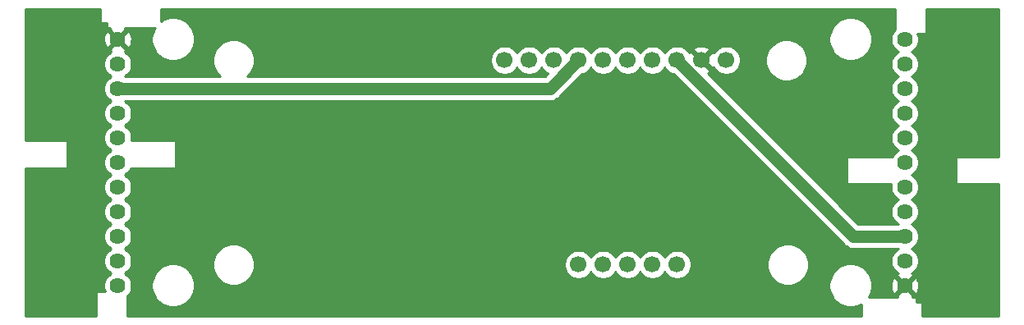
<source format=gbr>
G04 #@! TF.GenerationSoftware,KiCad,Pcbnew,(5.1.2)-1*
G04 #@! TF.CreationDate,2019-11-05T14:59:34-06:00*
G04 #@! TF.ProjectId,laser_driver,6c617365-725f-4647-9269-7665722e6b69,rev?*
G04 #@! TF.SameCoordinates,Original*
G04 #@! TF.FileFunction,Copper,L2,Bot*
G04 #@! TF.FilePolarity,Positive*
%FSLAX46Y46*%
G04 Gerber Fmt 4.6, Leading zero omitted, Abs format (unit mm)*
G04 Created by KiCad (PCBNEW (5.1.2)-1) date 2019-11-05 14:59:34*
%MOMM*%
%LPD*%
G04 APERTURE LIST*
%ADD10C,1.620000*%
%ADD11C,1.700000*%
%ADD12C,1.270000*%
%ADD13C,0.254000*%
G04 APERTURE END LIST*
D10*
X218313000Y-105410000D03*
X218313000Y-102870000D03*
X218313000Y-100330000D03*
X218313000Y-97790000D03*
X218313000Y-95250000D03*
X218313000Y-92710000D03*
X218313000Y-90170000D03*
X218313000Y-87630000D03*
X218313000Y-85090000D03*
X218313000Y-82550000D03*
X218313000Y-80010000D03*
X137160000Y-105410000D03*
X137160000Y-102870000D03*
X137160000Y-100330000D03*
X137160000Y-97790000D03*
X137160000Y-95250000D03*
X137160000Y-92710000D03*
X137160000Y-90170000D03*
X137160000Y-87630000D03*
X137160000Y-85090000D03*
X137160000Y-82550000D03*
X137160000Y-80010000D03*
D11*
X199898000Y-82169000D03*
X197358000Y-82169000D03*
X194818000Y-82169000D03*
X192278000Y-82169000D03*
X189738000Y-82169000D03*
X187198000Y-82169000D03*
X184658000Y-82169000D03*
X182118000Y-82169000D03*
X179578000Y-82169000D03*
X177038000Y-82169000D03*
X194818000Y-103251000D03*
X192278000Y-103251000D03*
X189738000Y-103251000D03*
X187198000Y-103251000D03*
X184658000Y-103251000D03*
D12*
X212979000Y-100330000D02*
X194818000Y-82169000D01*
X218313000Y-100330000D02*
X212979000Y-100330000D01*
X181737000Y-85090000D02*
X184658000Y-82169000D01*
X137160000Y-85090000D02*
X181737000Y-85090000D01*
D13*
G36*
X227940001Y-92142500D02*
G01*
X223542953Y-92142500D01*
X223542953Y-94962500D01*
X227940000Y-94962500D01*
X227940000Y-108560000D01*
X220084191Y-108560000D01*
X220084191Y-107132500D01*
X219464857Y-107132500D01*
X219464857Y-106607500D01*
X219074508Y-106607500D01*
X219133238Y-106409843D01*
X218313000Y-105589605D01*
X217492762Y-106409843D01*
X217551492Y-106607500D01*
X214612867Y-106607500D01*
X214705631Y-106468669D01*
X214874110Y-106061925D01*
X214960000Y-105630128D01*
X214960000Y-105480115D01*
X216862702Y-105480115D01*
X216904248Y-105761706D01*
X216999932Y-106029783D01*
X217068168Y-106157444D01*
X217313157Y-106230238D01*
X218133395Y-105410000D01*
X218492605Y-105410000D01*
X219312843Y-106230238D01*
X219557832Y-106157444D01*
X219679733Y-105900227D01*
X219749110Y-105624171D01*
X219763298Y-105339885D01*
X219721752Y-105058294D01*
X219626068Y-104790217D01*
X219557832Y-104662556D01*
X219312843Y-104589762D01*
X218492605Y-105410000D01*
X218133395Y-105410000D01*
X217313157Y-104589762D01*
X217068168Y-104662556D01*
X216946267Y-104919773D01*
X216876890Y-105195829D01*
X216862702Y-105480115D01*
X214960000Y-105480115D01*
X214960000Y-105189872D01*
X214874110Y-104758075D01*
X214705631Y-104351331D01*
X214461038Y-103985271D01*
X214149729Y-103673962D01*
X213783669Y-103429369D01*
X213376925Y-103260890D01*
X212945128Y-103175000D01*
X212504872Y-103175000D01*
X212073075Y-103260890D01*
X211666331Y-103429369D01*
X211300271Y-103673962D01*
X210988962Y-103985271D01*
X210744369Y-104351331D01*
X210575890Y-104758075D01*
X210490000Y-105189872D01*
X210490000Y-105630128D01*
X210575890Y-106061925D01*
X210744369Y-106468669D01*
X210988962Y-106834729D01*
X211300271Y-107146038D01*
X211666331Y-107390631D01*
X212073075Y-107559110D01*
X212504872Y-107645000D01*
X212945128Y-107645000D01*
X213376925Y-107559110D01*
X213783669Y-107390631D01*
X213859143Y-107340201D01*
X213859143Y-108560000D01*
X138137381Y-108560000D01*
X138137381Y-106476158D01*
X138282405Y-106331134D01*
X138440543Y-106094464D01*
X138549470Y-105831491D01*
X138605000Y-105552320D01*
X138605000Y-105267680D01*
X138589524Y-105189872D01*
X140640000Y-105189872D01*
X140640000Y-105630128D01*
X140725890Y-106061925D01*
X140894369Y-106468669D01*
X141138962Y-106834729D01*
X141450271Y-107146038D01*
X141816331Y-107390631D01*
X142223075Y-107559110D01*
X142654872Y-107645000D01*
X143095128Y-107645000D01*
X143526925Y-107559110D01*
X143933669Y-107390631D01*
X144299729Y-107146038D01*
X144611038Y-106834729D01*
X144855631Y-106468669D01*
X145024110Y-106061925D01*
X145110000Y-105630128D01*
X145110000Y-105189872D01*
X145024110Y-104758075D01*
X144855631Y-104351331D01*
X144611038Y-103985271D01*
X144299729Y-103673962D01*
X143933669Y-103429369D01*
X143526925Y-103260890D01*
X143095128Y-103175000D01*
X142654872Y-103175000D01*
X142223075Y-103260890D01*
X141816331Y-103429369D01*
X141450271Y-103673962D01*
X141138962Y-103985271D01*
X140894369Y-104351331D01*
X140725890Y-104758075D01*
X140640000Y-105189872D01*
X138589524Y-105189872D01*
X138549470Y-104988509D01*
X138440543Y-104725536D01*
X138282405Y-104488866D01*
X138081134Y-104287595D01*
X137860243Y-104140000D01*
X138081134Y-103992405D01*
X138282405Y-103791134D01*
X138440543Y-103554464D01*
X138549470Y-103291491D01*
X138599820Y-103038357D01*
X146939000Y-103038357D01*
X146939000Y-103463643D01*
X147021970Y-103880757D01*
X147184719Y-104273670D01*
X147420996Y-104627282D01*
X147721718Y-104928004D01*
X148075330Y-105164281D01*
X148468243Y-105327030D01*
X148885357Y-105410000D01*
X149310643Y-105410000D01*
X149727757Y-105327030D01*
X150120670Y-105164281D01*
X150474282Y-104928004D01*
X150775004Y-104627282D01*
X151011281Y-104273670D01*
X151174030Y-103880757D01*
X151257000Y-103463643D01*
X151257000Y-103104740D01*
X183173000Y-103104740D01*
X183173000Y-103397260D01*
X183230068Y-103684158D01*
X183342010Y-103954411D01*
X183504525Y-104197632D01*
X183711368Y-104404475D01*
X183954589Y-104566990D01*
X184224842Y-104678932D01*
X184511740Y-104736000D01*
X184804260Y-104736000D01*
X185091158Y-104678932D01*
X185361411Y-104566990D01*
X185604632Y-104404475D01*
X185811475Y-104197632D01*
X185928000Y-104023240D01*
X186044525Y-104197632D01*
X186251368Y-104404475D01*
X186494589Y-104566990D01*
X186764842Y-104678932D01*
X187051740Y-104736000D01*
X187344260Y-104736000D01*
X187631158Y-104678932D01*
X187901411Y-104566990D01*
X188144632Y-104404475D01*
X188351475Y-104197632D01*
X188468000Y-104023240D01*
X188584525Y-104197632D01*
X188791368Y-104404475D01*
X189034589Y-104566990D01*
X189304842Y-104678932D01*
X189591740Y-104736000D01*
X189884260Y-104736000D01*
X190171158Y-104678932D01*
X190441411Y-104566990D01*
X190684632Y-104404475D01*
X190891475Y-104197632D01*
X191008000Y-104023240D01*
X191124525Y-104197632D01*
X191331368Y-104404475D01*
X191574589Y-104566990D01*
X191844842Y-104678932D01*
X192131740Y-104736000D01*
X192424260Y-104736000D01*
X192711158Y-104678932D01*
X192981411Y-104566990D01*
X193224632Y-104404475D01*
X193431475Y-104197632D01*
X193548000Y-104023240D01*
X193664525Y-104197632D01*
X193871368Y-104404475D01*
X194114589Y-104566990D01*
X194384842Y-104678932D01*
X194671740Y-104736000D01*
X194964260Y-104736000D01*
X195251158Y-104678932D01*
X195521411Y-104566990D01*
X195764632Y-104404475D01*
X195971475Y-104197632D01*
X196133990Y-103954411D01*
X196245932Y-103684158D01*
X196303000Y-103397260D01*
X196303000Y-103104740D01*
X196289796Y-103038357D01*
X204089000Y-103038357D01*
X204089000Y-103463643D01*
X204171970Y-103880757D01*
X204334719Y-104273670D01*
X204570996Y-104627282D01*
X204871718Y-104928004D01*
X205225330Y-105164281D01*
X205618243Y-105327030D01*
X206035357Y-105410000D01*
X206460643Y-105410000D01*
X206877757Y-105327030D01*
X207270670Y-105164281D01*
X207624282Y-104928004D01*
X207925004Y-104627282D01*
X208161281Y-104273670D01*
X208324030Y-103880757D01*
X208407000Y-103463643D01*
X208407000Y-103038357D01*
X208324030Y-102621243D01*
X208161281Y-102228330D01*
X207925004Y-101874718D01*
X207624282Y-101573996D01*
X207270670Y-101337719D01*
X206877757Y-101174970D01*
X206460643Y-101092000D01*
X206035357Y-101092000D01*
X205618243Y-101174970D01*
X205225330Y-101337719D01*
X204871718Y-101573996D01*
X204570996Y-101874718D01*
X204334719Y-102228330D01*
X204171970Y-102621243D01*
X204089000Y-103038357D01*
X196289796Y-103038357D01*
X196245932Y-102817842D01*
X196133990Y-102547589D01*
X195971475Y-102304368D01*
X195764632Y-102097525D01*
X195521411Y-101935010D01*
X195251158Y-101823068D01*
X194964260Y-101766000D01*
X194671740Y-101766000D01*
X194384842Y-101823068D01*
X194114589Y-101935010D01*
X193871368Y-102097525D01*
X193664525Y-102304368D01*
X193548000Y-102478760D01*
X193431475Y-102304368D01*
X193224632Y-102097525D01*
X192981411Y-101935010D01*
X192711158Y-101823068D01*
X192424260Y-101766000D01*
X192131740Y-101766000D01*
X191844842Y-101823068D01*
X191574589Y-101935010D01*
X191331368Y-102097525D01*
X191124525Y-102304368D01*
X191008000Y-102478760D01*
X190891475Y-102304368D01*
X190684632Y-102097525D01*
X190441411Y-101935010D01*
X190171158Y-101823068D01*
X189884260Y-101766000D01*
X189591740Y-101766000D01*
X189304842Y-101823068D01*
X189034589Y-101935010D01*
X188791368Y-102097525D01*
X188584525Y-102304368D01*
X188468000Y-102478760D01*
X188351475Y-102304368D01*
X188144632Y-102097525D01*
X187901411Y-101935010D01*
X187631158Y-101823068D01*
X187344260Y-101766000D01*
X187051740Y-101766000D01*
X186764842Y-101823068D01*
X186494589Y-101935010D01*
X186251368Y-102097525D01*
X186044525Y-102304368D01*
X185928000Y-102478760D01*
X185811475Y-102304368D01*
X185604632Y-102097525D01*
X185361411Y-101935010D01*
X185091158Y-101823068D01*
X184804260Y-101766000D01*
X184511740Y-101766000D01*
X184224842Y-101823068D01*
X183954589Y-101935010D01*
X183711368Y-102097525D01*
X183504525Y-102304368D01*
X183342010Y-102547589D01*
X183230068Y-102817842D01*
X183173000Y-103104740D01*
X151257000Y-103104740D01*
X151257000Y-103038357D01*
X151174030Y-102621243D01*
X151011281Y-102228330D01*
X150775004Y-101874718D01*
X150474282Y-101573996D01*
X150120670Y-101337719D01*
X149727757Y-101174970D01*
X149310643Y-101092000D01*
X148885357Y-101092000D01*
X148468243Y-101174970D01*
X148075330Y-101337719D01*
X147721718Y-101573996D01*
X147420996Y-101874718D01*
X147184719Y-102228330D01*
X147021970Y-102621243D01*
X146939000Y-103038357D01*
X138599820Y-103038357D01*
X138605000Y-103012320D01*
X138605000Y-102727680D01*
X138549470Y-102448509D01*
X138440543Y-102185536D01*
X138282405Y-101948866D01*
X138081134Y-101747595D01*
X137860243Y-101600000D01*
X138081134Y-101452405D01*
X138282405Y-101251134D01*
X138440543Y-101014464D01*
X138549470Y-100751491D01*
X138605000Y-100472320D01*
X138605000Y-100187680D01*
X138549470Y-99908509D01*
X138440543Y-99645536D01*
X138282405Y-99408866D01*
X138081134Y-99207595D01*
X137860243Y-99060000D01*
X138081134Y-98912405D01*
X138282405Y-98711134D01*
X138440543Y-98474464D01*
X138549470Y-98211491D01*
X138605000Y-97932320D01*
X138605000Y-97647680D01*
X138549470Y-97368509D01*
X138440543Y-97105536D01*
X138282405Y-96868866D01*
X138081134Y-96667595D01*
X137860243Y-96520000D01*
X138081134Y-96372405D01*
X138282405Y-96171134D01*
X138440543Y-95934464D01*
X138549470Y-95671491D01*
X138605000Y-95392320D01*
X138605000Y-95107680D01*
X138549470Y-94828509D01*
X138440543Y-94565536D01*
X138282405Y-94328866D01*
X138081134Y-94127595D01*
X137860243Y-93980000D01*
X138081134Y-93832405D01*
X138282405Y-93631134D01*
X138440543Y-93394464D01*
X138488991Y-93277500D01*
X143169047Y-93277500D01*
X143169047Y-90457500D01*
X138576122Y-90457500D01*
X138605000Y-90312320D01*
X138605000Y-90027680D01*
X138549470Y-89748509D01*
X138440543Y-89485536D01*
X138282405Y-89248866D01*
X138081134Y-89047595D01*
X137860243Y-88900000D01*
X138081134Y-88752405D01*
X138282405Y-88551134D01*
X138440543Y-88314464D01*
X138549470Y-88051491D01*
X138605000Y-87772320D01*
X138605000Y-87487680D01*
X138549470Y-87208509D01*
X138440543Y-86945536D01*
X138282405Y-86708866D01*
X138081134Y-86507595D01*
X137860243Y-86360000D01*
X181674627Y-86360000D01*
X181737000Y-86366143D01*
X181799373Y-86360000D01*
X181799380Y-86360000D01*
X181985963Y-86341623D01*
X182225359Y-86269003D01*
X182445988Y-86151075D01*
X182639370Y-85992370D01*
X182679141Y-85943909D01*
X185009970Y-83613081D01*
X185091158Y-83596932D01*
X185361411Y-83484990D01*
X185604632Y-83322475D01*
X185811475Y-83115632D01*
X185928000Y-82941240D01*
X186044525Y-83115632D01*
X186251368Y-83322475D01*
X186494589Y-83484990D01*
X186764842Y-83596932D01*
X187051740Y-83654000D01*
X187344260Y-83654000D01*
X187631158Y-83596932D01*
X187901411Y-83484990D01*
X188144632Y-83322475D01*
X188351475Y-83115632D01*
X188468000Y-82941240D01*
X188584525Y-83115632D01*
X188791368Y-83322475D01*
X189034589Y-83484990D01*
X189304842Y-83596932D01*
X189591740Y-83654000D01*
X189884260Y-83654000D01*
X190171158Y-83596932D01*
X190441411Y-83484990D01*
X190684632Y-83322475D01*
X190891475Y-83115632D01*
X191008000Y-82941240D01*
X191124525Y-83115632D01*
X191331368Y-83322475D01*
X191574589Y-83484990D01*
X191844842Y-83596932D01*
X192131740Y-83654000D01*
X192424260Y-83654000D01*
X192711158Y-83596932D01*
X192981411Y-83484990D01*
X193224632Y-83322475D01*
X193431475Y-83115632D01*
X193548000Y-82941240D01*
X193664525Y-83115632D01*
X193871368Y-83322475D01*
X194114589Y-83484990D01*
X194384842Y-83596932D01*
X194466032Y-83613082D01*
X212036863Y-101183914D01*
X212076630Y-101232370D01*
X212270012Y-101391075D01*
X212490641Y-101509003D01*
X212730037Y-101581623D01*
X212979000Y-101606144D01*
X213041380Y-101600000D01*
X217612757Y-101600000D01*
X217391866Y-101747595D01*
X217190595Y-101948866D01*
X217032457Y-102185536D01*
X216923530Y-102448509D01*
X216868000Y-102727680D01*
X216868000Y-103012320D01*
X216923530Y-103291491D01*
X217032457Y-103554464D01*
X217190595Y-103791134D01*
X217391866Y-103992405D01*
X217612706Y-104139966D01*
X217565556Y-104165168D01*
X217492762Y-104410157D01*
X218313000Y-105230395D01*
X219133238Y-104410157D01*
X219060444Y-104165168D01*
X219010793Y-104141637D01*
X219234134Y-103992405D01*
X219435405Y-103791134D01*
X219593543Y-103554464D01*
X219702470Y-103291491D01*
X219758000Y-103012320D01*
X219758000Y-102727680D01*
X219702470Y-102448509D01*
X219593543Y-102185536D01*
X219435405Y-101948866D01*
X219234134Y-101747595D01*
X219013243Y-101600000D01*
X219234134Y-101452405D01*
X219435405Y-101251134D01*
X219593543Y-101014464D01*
X219702470Y-100751491D01*
X219758000Y-100472320D01*
X219758000Y-100187680D01*
X219702470Y-99908509D01*
X219593543Y-99645536D01*
X219435405Y-99408866D01*
X219234134Y-99207595D01*
X219013243Y-99060000D01*
X219234134Y-98912405D01*
X219435405Y-98711134D01*
X219593543Y-98474464D01*
X219702470Y-98211491D01*
X219758000Y-97932320D01*
X219758000Y-97647680D01*
X219702470Y-97368509D01*
X219593543Y-97105536D01*
X219435405Y-96868866D01*
X219234134Y-96667595D01*
X219013243Y-96520000D01*
X219234134Y-96372405D01*
X219435405Y-96171134D01*
X219593543Y-95934464D01*
X219702470Y-95671491D01*
X219758000Y-95392320D01*
X219758000Y-95107680D01*
X219702470Y-94828509D01*
X219593543Y-94565536D01*
X219435405Y-94328866D01*
X219234134Y-94127595D01*
X219013243Y-93980000D01*
X219234134Y-93832405D01*
X219435405Y-93631134D01*
X219593543Y-93394464D01*
X219702470Y-93131491D01*
X219758000Y-92852320D01*
X219758000Y-92567680D01*
X219702470Y-92288509D01*
X219593543Y-92025536D01*
X219435405Y-91788866D01*
X219234134Y-91587595D01*
X219013243Y-91440000D01*
X219234134Y-91292405D01*
X219435405Y-91091134D01*
X219593543Y-90854464D01*
X219702470Y-90591491D01*
X219758000Y-90312320D01*
X219758000Y-90027680D01*
X219702470Y-89748509D01*
X219593543Y-89485536D01*
X219435405Y-89248866D01*
X219234134Y-89047595D01*
X219013243Y-88900000D01*
X219234134Y-88752405D01*
X219435405Y-88551134D01*
X219593543Y-88314464D01*
X219702470Y-88051491D01*
X219758000Y-87772320D01*
X219758000Y-87487680D01*
X219702470Y-87208509D01*
X219593543Y-86945536D01*
X219435405Y-86708866D01*
X219234134Y-86507595D01*
X219013243Y-86360000D01*
X219234134Y-86212405D01*
X219435405Y-86011134D01*
X219593543Y-85774464D01*
X219702470Y-85511491D01*
X219758000Y-85232320D01*
X219758000Y-84947680D01*
X219702470Y-84668509D01*
X219593543Y-84405536D01*
X219435405Y-84168866D01*
X219234134Y-83967595D01*
X219013243Y-83820000D01*
X219234134Y-83672405D01*
X219435405Y-83471134D01*
X219593543Y-83234464D01*
X219702470Y-82971491D01*
X219758000Y-82692320D01*
X219758000Y-82407680D01*
X219702470Y-82128509D01*
X219593543Y-81865536D01*
X219435405Y-81628866D01*
X219234134Y-81427595D01*
X219013243Y-81280000D01*
X219234134Y-81132405D01*
X219435405Y-80931134D01*
X219593543Y-80694464D01*
X219702470Y-80431491D01*
X219758000Y-80152320D01*
X219758000Y-79867680D01*
X219702470Y-79588509D01*
X219625008Y-79401500D01*
X220560381Y-79401500D01*
X220560381Y-76860000D01*
X227940001Y-76860000D01*
X227940001Y-92142500D01*
X227940001Y-92142500D01*
G37*
X227940001Y-92142500D02*
X223542953Y-92142500D01*
X223542953Y-94962500D01*
X227940000Y-94962500D01*
X227940000Y-108560000D01*
X220084191Y-108560000D01*
X220084191Y-107132500D01*
X219464857Y-107132500D01*
X219464857Y-106607500D01*
X219074508Y-106607500D01*
X219133238Y-106409843D01*
X218313000Y-105589605D01*
X217492762Y-106409843D01*
X217551492Y-106607500D01*
X214612867Y-106607500D01*
X214705631Y-106468669D01*
X214874110Y-106061925D01*
X214960000Y-105630128D01*
X214960000Y-105480115D01*
X216862702Y-105480115D01*
X216904248Y-105761706D01*
X216999932Y-106029783D01*
X217068168Y-106157444D01*
X217313157Y-106230238D01*
X218133395Y-105410000D01*
X218492605Y-105410000D01*
X219312843Y-106230238D01*
X219557832Y-106157444D01*
X219679733Y-105900227D01*
X219749110Y-105624171D01*
X219763298Y-105339885D01*
X219721752Y-105058294D01*
X219626068Y-104790217D01*
X219557832Y-104662556D01*
X219312843Y-104589762D01*
X218492605Y-105410000D01*
X218133395Y-105410000D01*
X217313157Y-104589762D01*
X217068168Y-104662556D01*
X216946267Y-104919773D01*
X216876890Y-105195829D01*
X216862702Y-105480115D01*
X214960000Y-105480115D01*
X214960000Y-105189872D01*
X214874110Y-104758075D01*
X214705631Y-104351331D01*
X214461038Y-103985271D01*
X214149729Y-103673962D01*
X213783669Y-103429369D01*
X213376925Y-103260890D01*
X212945128Y-103175000D01*
X212504872Y-103175000D01*
X212073075Y-103260890D01*
X211666331Y-103429369D01*
X211300271Y-103673962D01*
X210988962Y-103985271D01*
X210744369Y-104351331D01*
X210575890Y-104758075D01*
X210490000Y-105189872D01*
X210490000Y-105630128D01*
X210575890Y-106061925D01*
X210744369Y-106468669D01*
X210988962Y-106834729D01*
X211300271Y-107146038D01*
X211666331Y-107390631D01*
X212073075Y-107559110D01*
X212504872Y-107645000D01*
X212945128Y-107645000D01*
X213376925Y-107559110D01*
X213783669Y-107390631D01*
X213859143Y-107340201D01*
X213859143Y-108560000D01*
X138137381Y-108560000D01*
X138137381Y-106476158D01*
X138282405Y-106331134D01*
X138440543Y-106094464D01*
X138549470Y-105831491D01*
X138605000Y-105552320D01*
X138605000Y-105267680D01*
X138589524Y-105189872D01*
X140640000Y-105189872D01*
X140640000Y-105630128D01*
X140725890Y-106061925D01*
X140894369Y-106468669D01*
X141138962Y-106834729D01*
X141450271Y-107146038D01*
X141816331Y-107390631D01*
X142223075Y-107559110D01*
X142654872Y-107645000D01*
X143095128Y-107645000D01*
X143526925Y-107559110D01*
X143933669Y-107390631D01*
X144299729Y-107146038D01*
X144611038Y-106834729D01*
X144855631Y-106468669D01*
X145024110Y-106061925D01*
X145110000Y-105630128D01*
X145110000Y-105189872D01*
X145024110Y-104758075D01*
X144855631Y-104351331D01*
X144611038Y-103985271D01*
X144299729Y-103673962D01*
X143933669Y-103429369D01*
X143526925Y-103260890D01*
X143095128Y-103175000D01*
X142654872Y-103175000D01*
X142223075Y-103260890D01*
X141816331Y-103429369D01*
X141450271Y-103673962D01*
X141138962Y-103985271D01*
X140894369Y-104351331D01*
X140725890Y-104758075D01*
X140640000Y-105189872D01*
X138589524Y-105189872D01*
X138549470Y-104988509D01*
X138440543Y-104725536D01*
X138282405Y-104488866D01*
X138081134Y-104287595D01*
X137860243Y-104140000D01*
X138081134Y-103992405D01*
X138282405Y-103791134D01*
X138440543Y-103554464D01*
X138549470Y-103291491D01*
X138599820Y-103038357D01*
X146939000Y-103038357D01*
X146939000Y-103463643D01*
X147021970Y-103880757D01*
X147184719Y-104273670D01*
X147420996Y-104627282D01*
X147721718Y-104928004D01*
X148075330Y-105164281D01*
X148468243Y-105327030D01*
X148885357Y-105410000D01*
X149310643Y-105410000D01*
X149727757Y-105327030D01*
X150120670Y-105164281D01*
X150474282Y-104928004D01*
X150775004Y-104627282D01*
X151011281Y-104273670D01*
X151174030Y-103880757D01*
X151257000Y-103463643D01*
X151257000Y-103104740D01*
X183173000Y-103104740D01*
X183173000Y-103397260D01*
X183230068Y-103684158D01*
X183342010Y-103954411D01*
X183504525Y-104197632D01*
X183711368Y-104404475D01*
X183954589Y-104566990D01*
X184224842Y-104678932D01*
X184511740Y-104736000D01*
X184804260Y-104736000D01*
X185091158Y-104678932D01*
X185361411Y-104566990D01*
X185604632Y-104404475D01*
X185811475Y-104197632D01*
X185928000Y-104023240D01*
X186044525Y-104197632D01*
X186251368Y-104404475D01*
X186494589Y-104566990D01*
X186764842Y-104678932D01*
X187051740Y-104736000D01*
X187344260Y-104736000D01*
X187631158Y-104678932D01*
X187901411Y-104566990D01*
X188144632Y-104404475D01*
X188351475Y-104197632D01*
X188468000Y-104023240D01*
X188584525Y-104197632D01*
X188791368Y-104404475D01*
X189034589Y-104566990D01*
X189304842Y-104678932D01*
X189591740Y-104736000D01*
X189884260Y-104736000D01*
X190171158Y-104678932D01*
X190441411Y-104566990D01*
X190684632Y-104404475D01*
X190891475Y-104197632D01*
X191008000Y-104023240D01*
X191124525Y-104197632D01*
X191331368Y-104404475D01*
X191574589Y-104566990D01*
X191844842Y-104678932D01*
X192131740Y-104736000D01*
X192424260Y-104736000D01*
X192711158Y-104678932D01*
X192981411Y-104566990D01*
X193224632Y-104404475D01*
X193431475Y-104197632D01*
X193548000Y-104023240D01*
X193664525Y-104197632D01*
X193871368Y-104404475D01*
X194114589Y-104566990D01*
X194384842Y-104678932D01*
X194671740Y-104736000D01*
X194964260Y-104736000D01*
X195251158Y-104678932D01*
X195521411Y-104566990D01*
X195764632Y-104404475D01*
X195971475Y-104197632D01*
X196133990Y-103954411D01*
X196245932Y-103684158D01*
X196303000Y-103397260D01*
X196303000Y-103104740D01*
X196289796Y-103038357D01*
X204089000Y-103038357D01*
X204089000Y-103463643D01*
X204171970Y-103880757D01*
X204334719Y-104273670D01*
X204570996Y-104627282D01*
X204871718Y-104928004D01*
X205225330Y-105164281D01*
X205618243Y-105327030D01*
X206035357Y-105410000D01*
X206460643Y-105410000D01*
X206877757Y-105327030D01*
X207270670Y-105164281D01*
X207624282Y-104928004D01*
X207925004Y-104627282D01*
X208161281Y-104273670D01*
X208324030Y-103880757D01*
X208407000Y-103463643D01*
X208407000Y-103038357D01*
X208324030Y-102621243D01*
X208161281Y-102228330D01*
X207925004Y-101874718D01*
X207624282Y-101573996D01*
X207270670Y-101337719D01*
X206877757Y-101174970D01*
X206460643Y-101092000D01*
X206035357Y-101092000D01*
X205618243Y-101174970D01*
X205225330Y-101337719D01*
X204871718Y-101573996D01*
X204570996Y-101874718D01*
X204334719Y-102228330D01*
X204171970Y-102621243D01*
X204089000Y-103038357D01*
X196289796Y-103038357D01*
X196245932Y-102817842D01*
X196133990Y-102547589D01*
X195971475Y-102304368D01*
X195764632Y-102097525D01*
X195521411Y-101935010D01*
X195251158Y-101823068D01*
X194964260Y-101766000D01*
X194671740Y-101766000D01*
X194384842Y-101823068D01*
X194114589Y-101935010D01*
X193871368Y-102097525D01*
X193664525Y-102304368D01*
X193548000Y-102478760D01*
X193431475Y-102304368D01*
X193224632Y-102097525D01*
X192981411Y-101935010D01*
X192711158Y-101823068D01*
X192424260Y-101766000D01*
X192131740Y-101766000D01*
X191844842Y-101823068D01*
X191574589Y-101935010D01*
X191331368Y-102097525D01*
X191124525Y-102304368D01*
X191008000Y-102478760D01*
X190891475Y-102304368D01*
X190684632Y-102097525D01*
X190441411Y-101935010D01*
X190171158Y-101823068D01*
X189884260Y-101766000D01*
X189591740Y-101766000D01*
X189304842Y-101823068D01*
X189034589Y-101935010D01*
X188791368Y-102097525D01*
X188584525Y-102304368D01*
X188468000Y-102478760D01*
X188351475Y-102304368D01*
X188144632Y-102097525D01*
X187901411Y-101935010D01*
X187631158Y-101823068D01*
X187344260Y-101766000D01*
X187051740Y-101766000D01*
X186764842Y-101823068D01*
X186494589Y-101935010D01*
X186251368Y-102097525D01*
X186044525Y-102304368D01*
X185928000Y-102478760D01*
X185811475Y-102304368D01*
X185604632Y-102097525D01*
X185361411Y-101935010D01*
X185091158Y-101823068D01*
X184804260Y-101766000D01*
X184511740Y-101766000D01*
X184224842Y-101823068D01*
X183954589Y-101935010D01*
X183711368Y-102097525D01*
X183504525Y-102304368D01*
X183342010Y-102547589D01*
X183230068Y-102817842D01*
X183173000Y-103104740D01*
X151257000Y-103104740D01*
X151257000Y-103038357D01*
X151174030Y-102621243D01*
X151011281Y-102228330D01*
X150775004Y-101874718D01*
X150474282Y-101573996D01*
X150120670Y-101337719D01*
X149727757Y-101174970D01*
X149310643Y-101092000D01*
X148885357Y-101092000D01*
X148468243Y-101174970D01*
X148075330Y-101337719D01*
X147721718Y-101573996D01*
X147420996Y-101874718D01*
X147184719Y-102228330D01*
X147021970Y-102621243D01*
X146939000Y-103038357D01*
X138599820Y-103038357D01*
X138605000Y-103012320D01*
X138605000Y-102727680D01*
X138549470Y-102448509D01*
X138440543Y-102185536D01*
X138282405Y-101948866D01*
X138081134Y-101747595D01*
X137860243Y-101600000D01*
X138081134Y-101452405D01*
X138282405Y-101251134D01*
X138440543Y-101014464D01*
X138549470Y-100751491D01*
X138605000Y-100472320D01*
X138605000Y-100187680D01*
X138549470Y-99908509D01*
X138440543Y-99645536D01*
X138282405Y-99408866D01*
X138081134Y-99207595D01*
X137860243Y-99060000D01*
X138081134Y-98912405D01*
X138282405Y-98711134D01*
X138440543Y-98474464D01*
X138549470Y-98211491D01*
X138605000Y-97932320D01*
X138605000Y-97647680D01*
X138549470Y-97368509D01*
X138440543Y-97105536D01*
X138282405Y-96868866D01*
X138081134Y-96667595D01*
X137860243Y-96520000D01*
X138081134Y-96372405D01*
X138282405Y-96171134D01*
X138440543Y-95934464D01*
X138549470Y-95671491D01*
X138605000Y-95392320D01*
X138605000Y-95107680D01*
X138549470Y-94828509D01*
X138440543Y-94565536D01*
X138282405Y-94328866D01*
X138081134Y-94127595D01*
X137860243Y-93980000D01*
X138081134Y-93832405D01*
X138282405Y-93631134D01*
X138440543Y-93394464D01*
X138488991Y-93277500D01*
X143169047Y-93277500D01*
X143169047Y-90457500D01*
X138576122Y-90457500D01*
X138605000Y-90312320D01*
X138605000Y-90027680D01*
X138549470Y-89748509D01*
X138440543Y-89485536D01*
X138282405Y-89248866D01*
X138081134Y-89047595D01*
X137860243Y-88900000D01*
X138081134Y-88752405D01*
X138282405Y-88551134D01*
X138440543Y-88314464D01*
X138549470Y-88051491D01*
X138605000Y-87772320D01*
X138605000Y-87487680D01*
X138549470Y-87208509D01*
X138440543Y-86945536D01*
X138282405Y-86708866D01*
X138081134Y-86507595D01*
X137860243Y-86360000D01*
X181674627Y-86360000D01*
X181737000Y-86366143D01*
X181799373Y-86360000D01*
X181799380Y-86360000D01*
X181985963Y-86341623D01*
X182225359Y-86269003D01*
X182445988Y-86151075D01*
X182639370Y-85992370D01*
X182679141Y-85943909D01*
X185009970Y-83613081D01*
X185091158Y-83596932D01*
X185361411Y-83484990D01*
X185604632Y-83322475D01*
X185811475Y-83115632D01*
X185928000Y-82941240D01*
X186044525Y-83115632D01*
X186251368Y-83322475D01*
X186494589Y-83484990D01*
X186764842Y-83596932D01*
X187051740Y-83654000D01*
X187344260Y-83654000D01*
X187631158Y-83596932D01*
X187901411Y-83484990D01*
X188144632Y-83322475D01*
X188351475Y-83115632D01*
X188468000Y-82941240D01*
X188584525Y-83115632D01*
X188791368Y-83322475D01*
X189034589Y-83484990D01*
X189304842Y-83596932D01*
X189591740Y-83654000D01*
X189884260Y-83654000D01*
X190171158Y-83596932D01*
X190441411Y-83484990D01*
X190684632Y-83322475D01*
X190891475Y-83115632D01*
X191008000Y-82941240D01*
X191124525Y-83115632D01*
X191331368Y-83322475D01*
X191574589Y-83484990D01*
X191844842Y-83596932D01*
X192131740Y-83654000D01*
X192424260Y-83654000D01*
X192711158Y-83596932D01*
X192981411Y-83484990D01*
X193224632Y-83322475D01*
X193431475Y-83115632D01*
X193548000Y-82941240D01*
X193664525Y-83115632D01*
X193871368Y-83322475D01*
X194114589Y-83484990D01*
X194384842Y-83596932D01*
X194466032Y-83613082D01*
X212036863Y-101183914D01*
X212076630Y-101232370D01*
X212270012Y-101391075D01*
X212490641Y-101509003D01*
X212730037Y-101581623D01*
X212979000Y-101606144D01*
X213041380Y-101600000D01*
X217612757Y-101600000D01*
X217391866Y-101747595D01*
X217190595Y-101948866D01*
X217032457Y-102185536D01*
X216923530Y-102448509D01*
X216868000Y-102727680D01*
X216868000Y-103012320D01*
X216923530Y-103291491D01*
X217032457Y-103554464D01*
X217190595Y-103791134D01*
X217391866Y-103992405D01*
X217612706Y-104139966D01*
X217565556Y-104165168D01*
X217492762Y-104410157D01*
X218313000Y-105230395D01*
X219133238Y-104410157D01*
X219060444Y-104165168D01*
X219010793Y-104141637D01*
X219234134Y-103992405D01*
X219435405Y-103791134D01*
X219593543Y-103554464D01*
X219702470Y-103291491D01*
X219758000Y-103012320D01*
X219758000Y-102727680D01*
X219702470Y-102448509D01*
X219593543Y-102185536D01*
X219435405Y-101948866D01*
X219234134Y-101747595D01*
X219013243Y-101600000D01*
X219234134Y-101452405D01*
X219435405Y-101251134D01*
X219593543Y-101014464D01*
X219702470Y-100751491D01*
X219758000Y-100472320D01*
X219758000Y-100187680D01*
X219702470Y-99908509D01*
X219593543Y-99645536D01*
X219435405Y-99408866D01*
X219234134Y-99207595D01*
X219013243Y-99060000D01*
X219234134Y-98912405D01*
X219435405Y-98711134D01*
X219593543Y-98474464D01*
X219702470Y-98211491D01*
X219758000Y-97932320D01*
X219758000Y-97647680D01*
X219702470Y-97368509D01*
X219593543Y-97105536D01*
X219435405Y-96868866D01*
X219234134Y-96667595D01*
X219013243Y-96520000D01*
X219234134Y-96372405D01*
X219435405Y-96171134D01*
X219593543Y-95934464D01*
X219702470Y-95671491D01*
X219758000Y-95392320D01*
X219758000Y-95107680D01*
X219702470Y-94828509D01*
X219593543Y-94565536D01*
X219435405Y-94328866D01*
X219234134Y-94127595D01*
X219013243Y-93980000D01*
X219234134Y-93832405D01*
X219435405Y-93631134D01*
X219593543Y-93394464D01*
X219702470Y-93131491D01*
X219758000Y-92852320D01*
X219758000Y-92567680D01*
X219702470Y-92288509D01*
X219593543Y-92025536D01*
X219435405Y-91788866D01*
X219234134Y-91587595D01*
X219013243Y-91440000D01*
X219234134Y-91292405D01*
X219435405Y-91091134D01*
X219593543Y-90854464D01*
X219702470Y-90591491D01*
X219758000Y-90312320D01*
X219758000Y-90027680D01*
X219702470Y-89748509D01*
X219593543Y-89485536D01*
X219435405Y-89248866D01*
X219234134Y-89047595D01*
X219013243Y-88900000D01*
X219234134Y-88752405D01*
X219435405Y-88551134D01*
X219593543Y-88314464D01*
X219702470Y-88051491D01*
X219758000Y-87772320D01*
X219758000Y-87487680D01*
X219702470Y-87208509D01*
X219593543Y-86945536D01*
X219435405Y-86708866D01*
X219234134Y-86507595D01*
X219013243Y-86360000D01*
X219234134Y-86212405D01*
X219435405Y-86011134D01*
X219593543Y-85774464D01*
X219702470Y-85511491D01*
X219758000Y-85232320D01*
X219758000Y-84947680D01*
X219702470Y-84668509D01*
X219593543Y-84405536D01*
X219435405Y-84168866D01*
X219234134Y-83967595D01*
X219013243Y-83820000D01*
X219234134Y-83672405D01*
X219435405Y-83471134D01*
X219593543Y-83234464D01*
X219702470Y-82971491D01*
X219758000Y-82692320D01*
X219758000Y-82407680D01*
X219702470Y-82128509D01*
X219593543Y-81865536D01*
X219435405Y-81628866D01*
X219234134Y-81427595D01*
X219013243Y-81280000D01*
X219234134Y-81132405D01*
X219435405Y-80931134D01*
X219593543Y-80694464D01*
X219702470Y-80431491D01*
X219758000Y-80152320D01*
X219758000Y-79867680D01*
X219702470Y-79588509D01*
X219625008Y-79401500D01*
X220560381Y-79401500D01*
X220560381Y-76860000D01*
X227940001Y-76860000D01*
X227940001Y-92142500D01*
G36*
X135388809Y-78287500D02*
G01*
X136008143Y-78287500D01*
X136008143Y-78812500D01*
X136398492Y-78812500D01*
X136339762Y-79010157D01*
X137160000Y-79830395D01*
X137980238Y-79010157D01*
X137921508Y-78812500D01*
X140987133Y-78812500D01*
X140894369Y-78951331D01*
X140725890Y-79358075D01*
X140640000Y-79789872D01*
X140640000Y-80230128D01*
X140725890Y-80661925D01*
X140894369Y-81068669D01*
X141138962Y-81434729D01*
X141450271Y-81746038D01*
X141816331Y-81990631D01*
X142223075Y-82159110D01*
X142654872Y-82245000D01*
X143095128Y-82245000D01*
X143526925Y-82159110D01*
X143933669Y-81990631D01*
X144299729Y-81746038D01*
X144611038Y-81434729D01*
X144855631Y-81068669D01*
X145024110Y-80661925D01*
X145110000Y-80230128D01*
X145110000Y-79789872D01*
X210490000Y-79789872D01*
X210490000Y-80230128D01*
X210575890Y-80661925D01*
X210744369Y-81068669D01*
X210988962Y-81434729D01*
X211300271Y-81746038D01*
X211666331Y-81990631D01*
X212073075Y-82159110D01*
X212504872Y-82245000D01*
X212945128Y-82245000D01*
X213376925Y-82159110D01*
X213783669Y-81990631D01*
X214149729Y-81746038D01*
X214461038Y-81434729D01*
X214705631Y-81068669D01*
X214874110Y-80661925D01*
X214960000Y-80230128D01*
X214960000Y-79789872D01*
X214874110Y-79358075D01*
X214705631Y-78951331D01*
X214461038Y-78585271D01*
X214149729Y-78273962D01*
X213783669Y-78029369D01*
X213376925Y-77860890D01*
X212945128Y-77775000D01*
X212504872Y-77775000D01*
X212073075Y-77860890D01*
X211666331Y-78029369D01*
X211300271Y-78273962D01*
X210988962Y-78585271D01*
X210744369Y-78951331D01*
X210575890Y-79358075D01*
X210490000Y-79789872D01*
X145110000Y-79789872D01*
X145024110Y-79358075D01*
X144855631Y-78951331D01*
X144611038Y-78585271D01*
X144299729Y-78273962D01*
X143933669Y-78029369D01*
X143526925Y-77860890D01*
X143095128Y-77775000D01*
X142654872Y-77775000D01*
X142223075Y-77860890D01*
X141816331Y-78029369D01*
X141613857Y-78164658D01*
X141613857Y-76860000D01*
X217335619Y-76860000D01*
X217335619Y-78943842D01*
X217190595Y-79088866D01*
X217032457Y-79325536D01*
X216923530Y-79588509D01*
X216868000Y-79867680D01*
X216868000Y-80152320D01*
X216923530Y-80431491D01*
X217032457Y-80694464D01*
X217190595Y-80931134D01*
X217391866Y-81132405D01*
X217612757Y-81280000D01*
X217391866Y-81427595D01*
X217190595Y-81628866D01*
X217032457Y-81865536D01*
X216923530Y-82128509D01*
X216868000Y-82407680D01*
X216868000Y-82692320D01*
X216923530Y-82971491D01*
X217032457Y-83234464D01*
X217190595Y-83471134D01*
X217391866Y-83672405D01*
X217612757Y-83820000D01*
X217391866Y-83967595D01*
X217190595Y-84168866D01*
X217032457Y-84405536D01*
X216923530Y-84668509D01*
X216868000Y-84947680D01*
X216868000Y-85232320D01*
X216923530Y-85511491D01*
X217032457Y-85774464D01*
X217190595Y-86011134D01*
X217391866Y-86212405D01*
X217612757Y-86360000D01*
X217391866Y-86507595D01*
X217190595Y-86708866D01*
X217032457Y-86945536D01*
X216923530Y-87208509D01*
X216868000Y-87487680D01*
X216868000Y-87772320D01*
X216923530Y-88051491D01*
X217032457Y-88314464D01*
X217190595Y-88551134D01*
X217391866Y-88752405D01*
X217612757Y-88900000D01*
X217391866Y-89047595D01*
X217190595Y-89248866D01*
X217032457Y-89485536D01*
X216923530Y-89748509D01*
X216868000Y-90027680D01*
X216868000Y-90312320D01*
X216923530Y-90591491D01*
X217032457Y-90854464D01*
X217190595Y-91091134D01*
X217391866Y-91292405D01*
X217612757Y-91440000D01*
X217391866Y-91587595D01*
X217190595Y-91788866D01*
X217032457Y-92025536D01*
X216984009Y-92142500D01*
X212303953Y-92142500D01*
X212303953Y-94962500D01*
X216896878Y-94962500D01*
X216868000Y-95107680D01*
X216868000Y-95392320D01*
X216923530Y-95671491D01*
X217032457Y-95934464D01*
X217190595Y-96171134D01*
X217391866Y-96372405D01*
X217612757Y-96520000D01*
X217391866Y-96667595D01*
X217190595Y-96868866D01*
X217032457Y-97105536D01*
X216923530Y-97368509D01*
X216868000Y-97647680D01*
X216868000Y-97932320D01*
X216923530Y-98211491D01*
X217032457Y-98474464D01*
X217190595Y-98711134D01*
X217391866Y-98912405D01*
X217612757Y-99060000D01*
X213505051Y-99060000D01*
X197971974Y-83526924D01*
X197991747Y-83519919D01*
X198129157Y-83446472D01*
X198206792Y-83197397D01*
X197358000Y-82348605D01*
X197343858Y-82362748D01*
X197164253Y-82183143D01*
X197178395Y-82169000D01*
X197537605Y-82169000D01*
X198386397Y-83017792D01*
X198628689Y-82942271D01*
X198744525Y-83115632D01*
X198951368Y-83322475D01*
X199194589Y-83484990D01*
X199464842Y-83596932D01*
X199751740Y-83654000D01*
X200044260Y-83654000D01*
X200331158Y-83596932D01*
X200601411Y-83484990D01*
X200844632Y-83322475D01*
X201051475Y-83115632D01*
X201213990Y-82872411D01*
X201325932Y-82602158D01*
X201383000Y-82315260D01*
X201383000Y-82022740D01*
X201369796Y-81956357D01*
X203962000Y-81956357D01*
X203962000Y-82381643D01*
X204044970Y-82798757D01*
X204207719Y-83191670D01*
X204443996Y-83545282D01*
X204744718Y-83846004D01*
X205098330Y-84082281D01*
X205491243Y-84245030D01*
X205908357Y-84328000D01*
X206333643Y-84328000D01*
X206750757Y-84245030D01*
X207143670Y-84082281D01*
X207497282Y-83846004D01*
X207798004Y-83545282D01*
X208034281Y-83191670D01*
X208197030Y-82798757D01*
X208280000Y-82381643D01*
X208280000Y-81956357D01*
X208197030Y-81539243D01*
X208034281Y-81146330D01*
X207798004Y-80792718D01*
X207497282Y-80491996D01*
X207143670Y-80255719D01*
X206750757Y-80092970D01*
X206333643Y-80010000D01*
X205908357Y-80010000D01*
X205491243Y-80092970D01*
X205098330Y-80255719D01*
X204744718Y-80491996D01*
X204443996Y-80792718D01*
X204207719Y-81146330D01*
X204044970Y-81539243D01*
X203962000Y-81956357D01*
X201369796Y-81956357D01*
X201325932Y-81735842D01*
X201213990Y-81465589D01*
X201051475Y-81222368D01*
X200844632Y-81015525D01*
X200601411Y-80853010D01*
X200331158Y-80741068D01*
X200044260Y-80684000D01*
X199751740Y-80684000D01*
X199464842Y-80741068D01*
X199194589Y-80853010D01*
X198951368Y-81015525D01*
X198744525Y-81222368D01*
X198628689Y-81395729D01*
X198386397Y-81320208D01*
X197537605Y-82169000D01*
X197178395Y-82169000D01*
X196329603Y-81320208D01*
X196087311Y-81395729D01*
X195971475Y-81222368D01*
X195889710Y-81140603D01*
X196509208Y-81140603D01*
X197358000Y-81989395D01*
X198206792Y-81140603D01*
X198129157Y-80891528D01*
X197865117Y-80765629D01*
X197581589Y-80693661D01*
X197289469Y-80678389D01*
X196999981Y-80720401D01*
X196724253Y-80818081D01*
X196586843Y-80891528D01*
X196509208Y-81140603D01*
X195889710Y-81140603D01*
X195764632Y-81015525D01*
X195521411Y-80853010D01*
X195251158Y-80741068D01*
X194964260Y-80684000D01*
X194671740Y-80684000D01*
X194384842Y-80741068D01*
X194114589Y-80853010D01*
X193871368Y-81015525D01*
X193664525Y-81222368D01*
X193548000Y-81396760D01*
X193431475Y-81222368D01*
X193224632Y-81015525D01*
X192981411Y-80853010D01*
X192711158Y-80741068D01*
X192424260Y-80684000D01*
X192131740Y-80684000D01*
X191844842Y-80741068D01*
X191574589Y-80853010D01*
X191331368Y-81015525D01*
X191124525Y-81222368D01*
X191008000Y-81396760D01*
X190891475Y-81222368D01*
X190684632Y-81015525D01*
X190441411Y-80853010D01*
X190171158Y-80741068D01*
X189884260Y-80684000D01*
X189591740Y-80684000D01*
X189304842Y-80741068D01*
X189034589Y-80853010D01*
X188791368Y-81015525D01*
X188584525Y-81222368D01*
X188468000Y-81396760D01*
X188351475Y-81222368D01*
X188144632Y-81015525D01*
X187901411Y-80853010D01*
X187631158Y-80741068D01*
X187344260Y-80684000D01*
X187051740Y-80684000D01*
X186764842Y-80741068D01*
X186494589Y-80853010D01*
X186251368Y-81015525D01*
X186044525Y-81222368D01*
X185928000Y-81396760D01*
X185811475Y-81222368D01*
X185604632Y-81015525D01*
X185361411Y-80853010D01*
X185091158Y-80741068D01*
X184804260Y-80684000D01*
X184511740Y-80684000D01*
X184224842Y-80741068D01*
X183954589Y-80853010D01*
X183711368Y-81015525D01*
X183504525Y-81222368D01*
X183388000Y-81396760D01*
X183271475Y-81222368D01*
X183064632Y-81015525D01*
X182821411Y-80853010D01*
X182551158Y-80741068D01*
X182264260Y-80684000D01*
X181971740Y-80684000D01*
X181684842Y-80741068D01*
X181414589Y-80853010D01*
X181171368Y-81015525D01*
X180964525Y-81222368D01*
X180848000Y-81396760D01*
X180731475Y-81222368D01*
X180524632Y-81015525D01*
X180281411Y-80853010D01*
X180011158Y-80741068D01*
X179724260Y-80684000D01*
X179431740Y-80684000D01*
X179144842Y-80741068D01*
X178874589Y-80853010D01*
X178631368Y-81015525D01*
X178424525Y-81222368D01*
X178308000Y-81396760D01*
X178191475Y-81222368D01*
X177984632Y-81015525D01*
X177741411Y-80853010D01*
X177471158Y-80741068D01*
X177184260Y-80684000D01*
X176891740Y-80684000D01*
X176604842Y-80741068D01*
X176334589Y-80853010D01*
X176091368Y-81015525D01*
X175884525Y-81222368D01*
X175722010Y-81465589D01*
X175610068Y-81735842D01*
X175553000Y-82022740D01*
X175553000Y-82315260D01*
X175610068Y-82602158D01*
X175722010Y-82872411D01*
X175884525Y-83115632D01*
X176091368Y-83322475D01*
X176334589Y-83484990D01*
X176604842Y-83596932D01*
X176891740Y-83654000D01*
X177184260Y-83654000D01*
X177471158Y-83596932D01*
X177741411Y-83484990D01*
X177984632Y-83322475D01*
X178191475Y-83115632D01*
X178308000Y-82941240D01*
X178424525Y-83115632D01*
X178631368Y-83322475D01*
X178874589Y-83484990D01*
X179144842Y-83596932D01*
X179431740Y-83654000D01*
X179724260Y-83654000D01*
X180011158Y-83596932D01*
X180281411Y-83484990D01*
X180524632Y-83322475D01*
X180731475Y-83115632D01*
X180848000Y-82941240D01*
X180964525Y-83115632D01*
X181171368Y-83322475D01*
X181414589Y-83484990D01*
X181507482Y-83523467D01*
X181210950Y-83820000D01*
X150500286Y-83820000D01*
X150775004Y-83545282D01*
X151011281Y-83191670D01*
X151174030Y-82798757D01*
X151257000Y-82381643D01*
X151257000Y-81956357D01*
X151174030Y-81539243D01*
X151011281Y-81146330D01*
X150775004Y-80792718D01*
X150474282Y-80491996D01*
X150120670Y-80255719D01*
X149727757Y-80092970D01*
X149310643Y-80010000D01*
X148885357Y-80010000D01*
X148468243Y-80092970D01*
X148075330Y-80255719D01*
X147721718Y-80491996D01*
X147420996Y-80792718D01*
X147184719Y-81146330D01*
X147021970Y-81539243D01*
X146939000Y-81956357D01*
X146939000Y-82381643D01*
X147021970Y-82798757D01*
X147184719Y-83191670D01*
X147420996Y-83545282D01*
X147695714Y-83820000D01*
X137860243Y-83820000D01*
X138081134Y-83672405D01*
X138282405Y-83471134D01*
X138440543Y-83234464D01*
X138549470Y-82971491D01*
X138605000Y-82692320D01*
X138605000Y-82407680D01*
X138549470Y-82128509D01*
X138440543Y-81865536D01*
X138282405Y-81628866D01*
X138081134Y-81427595D01*
X137860294Y-81280034D01*
X137907444Y-81254832D01*
X137980238Y-81009843D01*
X137160000Y-80189605D01*
X136339762Y-81009843D01*
X136412556Y-81254832D01*
X136462207Y-81278363D01*
X136238866Y-81427595D01*
X136037595Y-81628866D01*
X135879457Y-81865536D01*
X135770530Y-82128509D01*
X135715000Y-82407680D01*
X135715000Y-82692320D01*
X135770530Y-82971491D01*
X135879457Y-83234464D01*
X136037595Y-83471134D01*
X136238866Y-83672405D01*
X136459757Y-83820000D01*
X136238866Y-83967595D01*
X136037595Y-84168866D01*
X135879457Y-84405536D01*
X135770530Y-84668509D01*
X135715000Y-84947680D01*
X135715000Y-85232320D01*
X135770530Y-85511491D01*
X135879457Y-85774464D01*
X136037595Y-86011134D01*
X136238866Y-86212405D01*
X136459757Y-86360000D01*
X136238866Y-86507595D01*
X136037595Y-86708866D01*
X135879457Y-86945536D01*
X135770530Y-87208509D01*
X135715000Y-87487680D01*
X135715000Y-87772320D01*
X135770530Y-88051491D01*
X135879457Y-88314464D01*
X136037595Y-88551134D01*
X136238866Y-88752405D01*
X136459757Y-88900000D01*
X136238866Y-89047595D01*
X136037595Y-89248866D01*
X135879457Y-89485536D01*
X135770530Y-89748509D01*
X135715000Y-90027680D01*
X135715000Y-90312320D01*
X135770530Y-90591491D01*
X135879457Y-90854464D01*
X136037595Y-91091134D01*
X136238866Y-91292405D01*
X136459757Y-91440000D01*
X136238866Y-91587595D01*
X136037595Y-91788866D01*
X135879457Y-92025536D01*
X135770530Y-92288509D01*
X135715000Y-92567680D01*
X135715000Y-92852320D01*
X135770530Y-93131491D01*
X135879457Y-93394464D01*
X136037595Y-93631134D01*
X136238866Y-93832405D01*
X136459757Y-93980000D01*
X136238866Y-94127595D01*
X136037595Y-94328866D01*
X135879457Y-94565536D01*
X135770530Y-94828509D01*
X135715000Y-95107680D01*
X135715000Y-95392320D01*
X135770530Y-95671491D01*
X135879457Y-95934464D01*
X136037595Y-96171134D01*
X136238866Y-96372405D01*
X136459757Y-96520000D01*
X136238866Y-96667595D01*
X136037595Y-96868866D01*
X135879457Y-97105536D01*
X135770530Y-97368509D01*
X135715000Y-97647680D01*
X135715000Y-97932320D01*
X135770530Y-98211491D01*
X135879457Y-98474464D01*
X136037595Y-98711134D01*
X136238866Y-98912405D01*
X136459757Y-99060000D01*
X136238866Y-99207595D01*
X136037595Y-99408866D01*
X135879457Y-99645536D01*
X135770530Y-99908509D01*
X135715000Y-100187680D01*
X135715000Y-100472320D01*
X135770530Y-100751491D01*
X135879457Y-101014464D01*
X136037595Y-101251134D01*
X136238866Y-101452405D01*
X136459757Y-101600000D01*
X136238866Y-101747595D01*
X136037595Y-101948866D01*
X135879457Y-102185536D01*
X135770530Y-102448509D01*
X135715000Y-102727680D01*
X135715000Y-103012320D01*
X135770530Y-103291491D01*
X135879457Y-103554464D01*
X136037595Y-103791134D01*
X136238866Y-103992405D01*
X136459757Y-104140000D01*
X136238866Y-104287595D01*
X136037595Y-104488866D01*
X135879457Y-104725536D01*
X135770530Y-104988509D01*
X135715000Y-105267680D01*
X135715000Y-105552320D01*
X135770530Y-105831491D01*
X135847992Y-106018500D01*
X134912619Y-106018500D01*
X134912619Y-108560000D01*
X127660000Y-108560000D01*
X127660000Y-93277500D01*
X131930047Y-93277500D01*
X131930047Y-90457500D01*
X127660000Y-90457500D01*
X127660000Y-80080115D01*
X135709702Y-80080115D01*
X135751248Y-80361706D01*
X135846932Y-80629783D01*
X135915168Y-80757444D01*
X136160157Y-80830238D01*
X136980395Y-80010000D01*
X137339605Y-80010000D01*
X138159843Y-80830238D01*
X138404832Y-80757444D01*
X138526733Y-80500227D01*
X138596110Y-80224171D01*
X138610298Y-79939885D01*
X138568752Y-79658294D01*
X138473068Y-79390217D01*
X138404832Y-79262556D01*
X138159843Y-79189762D01*
X137339605Y-80010000D01*
X136980395Y-80010000D01*
X136160157Y-79189762D01*
X135915168Y-79262556D01*
X135793267Y-79519773D01*
X135723890Y-79795829D01*
X135709702Y-80080115D01*
X127660000Y-80080115D01*
X127660000Y-76860000D01*
X135388809Y-76860000D01*
X135388809Y-78287500D01*
X135388809Y-78287500D01*
G37*
X135388809Y-78287500D02*
X136008143Y-78287500D01*
X136008143Y-78812500D01*
X136398492Y-78812500D01*
X136339762Y-79010157D01*
X137160000Y-79830395D01*
X137980238Y-79010157D01*
X137921508Y-78812500D01*
X140987133Y-78812500D01*
X140894369Y-78951331D01*
X140725890Y-79358075D01*
X140640000Y-79789872D01*
X140640000Y-80230128D01*
X140725890Y-80661925D01*
X140894369Y-81068669D01*
X141138962Y-81434729D01*
X141450271Y-81746038D01*
X141816331Y-81990631D01*
X142223075Y-82159110D01*
X142654872Y-82245000D01*
X143095128Y-82245000D01*
X143526925Y-82159110D01*
X143933669Y-81990631D01*
X144299729Y-81746038D01*
X144611038Y-81434729D01*
X144855631Y-81068669D01*
X145024110Y-80661925D01*
X145110000Y-80230128D01*
X145110000Y-79789872D01*
X210490000Y-79789872D01*
X210490000Y-80230128D01*
X210575890Y-80661925D01*
X210744369Y-81068669D01*
X210988962Y-81434729D01*
X211300271Y-81746038D01*
X211666331Y-81990631D01*
X212073075Y-82159110D01*
X212504872Y-82245000D01*
X212945128Y-82245000D01*
X213376925Y-82159110D01*
X213783669Y-81990631D01*
X214149729Y-81746038D01*
X214461038Y-81434729D01*
X214705631Y-81068669D01*
X214874110Y-80661925D01*
X214960000Y-80230128D01*
X214960000Y-79789872D01*
X214874110Y-79358075D01*
X214705631Y-78951331D01*
X214461038Y-78585271D01*
X214149729Y-78273962D01*
X213783669Y-78029369D01*
X213376925Y-77860890D01*
X212945128Y-77775000D01*
X212504872Y-77775000D01*
X212073075Y-77860890D01*
X211666331Y-78029369D01*
X211300271Y-78273962D01*
X210988962Y-78585271D01*
X210744369Y-78951331D01*
X210575890Y-79358075D01*
X210490000Y-79789872D01*
X145110000Y-79789872D01*
X145024110Y-79358075D01*
X144855631Y-78951331D01*
X144611038Y-78585271D01*
X144299729Y-78273962D01*
X143933669Y-78029369D01*
X143526925Y-77860890D01*
X143095128Y-77775000D01*
X142654872Y-77775000D01*
X142223075Y-77860890D01*
X141816331Y-78029369D01*
X141613857Y-78164658D01*
X141613857Y-76860000D01*
X217335619Y-76860000D01*
X217335619Y-78943842D01*
X217190595Y-79088866D01*
X217032457Y-79325536D01*
X216923530Y-79588509D01*
X216868000Y-79867680D01*
X216868000Y-80152320D01*
X216923530Y-80431491D01*
X217032457Y-80694464D01*
X217190595Y-80931134D01*
X217391866Y-81132405D01*
X217612757Y-81280000D01*
X217391866Y-81427595D01*
X217190595Y-81628866D01*
X217032457Y-81865536D01*
X216923530Y-82128509D01*
X216868000Y-82407680D01*
X216868000Y-82692320D01*
X216923530Y-82971491D01*
X217032457Y-83234464D01*
X217190595Y-83471134D01*
X217391866Y-83672405D01*
X217612757Y-83820000D01*
X217391866Y-83967595D01*
X217190595Y-84168866D01*
X217032457Y-84405536D01*
X216923530Y-84668509D01*
X216868000Y-84947680D01*
X216868000Y-85232320D01*
X216923530Y-85511491D01*
X217032457Y-85774464D01*
X217190595Y-86011134D01*
X217391866Y-86212405D01*
X217612757Y-86360000D01*
X217391866Y-86507595D01*
X217190595Y-86708866D01*
X217032457Y-86945536D01*
X216923530Y-87208509D01*
X216868000Y-87487680D01*
X216868000Y-87772320D01*
X216923530Y-88051491D01*
X217032457Y-88314464D01*
X217190595Y-88551134D01*
X217391866Y-88752405D01*
X217612757Y-88900000D01*
X217391866Y-89047595D01*
X217190595Y-89248866D01*
X217032457Y-89485536D01*
X216923530Y-89748509D01*
X216868000Y-90027680D01*
X216868000Y-90312320D01*
X216923530Y-90591491D01*
X217032457Y-90854464D01*
X217190595Y-91091134D01*
X217391866Y-91292405D01*
X217612757Y-91440000D01*
X217391866Y-91587595D01*
X217190595Y-91788866D01*
X217032457Y-92025536D01*
X216984009Y-92142500D01*
X212303953Y-92142500D01*
X212303953Y-94962500D01*
X216896878Y-94962500D01*
X216868000Y-95107680D01*
X216868000Y-95392320D01*
X216923530Y-95671491D01*
X217032457Y-95934464D01*
X217190595Y-96171134D01*
X217391866Y-96372405D01*
X217612757Y-96520000D01*
X217391866Y-96667595D01*
X217190595Y-96868866D01*
X217032457Y-97105536D01*
X216923530Y-97368509D01*
X216868000Y-97647680D01*
X216868000Y-97932320D01*
X216923530Y-98211491D01*
X217032457Y-98474464D01*
X217190595Y-98711134D01*
X217391866Y-98912405D01*
X217612757Y-99060000D01*
X213505051Y-99060000D01*
X197971974Y-83526924D01*
X197991747Y-83519919D01*
X198129157Y-83446472D01*
X198206792Y-83197397D01*
X197358000Y-82348605D01*
X197343858Y-82362748D01*
X197164253Y-82183143D01*
X197178395Y-82169000D01*
X197537605Y-82169000D01*
X198386397Y-83017792D01*
X198628689Y-82942271D01*
X198744525Y-83115632D01*
X198951368Y-83322475D01*
X199194589Y-83484990D01*
X199464842Y-83596932D01*
X199751740Y-83654000D01*
X200044260Y-83654000D01*
X200331158Y-83596932D01*
X200601411Y-83484990D01*
X200844632Y-83322475D01*
X201051475Y-83115632D01*
X201213990Y-82872411D01*
X201325932Y-82602158D01*
X201383000Y-82315260D01*
X201383000Y-82022740D01*
X201369796Y-81956357D01*
X203962000Y-81956357D01*
X203962000Y-82381643D01*
X204044970Y-82798757D01*
X204207719Y-83191670D01*
X204443996Y-83545282D01*
X204744718Y-83846004D01*
X205098330Y-84082281D01*
X205491243Y-84245030D01*
X205908357Y-84328000D01*
X206333643Y-84328000D01*
X206750757Y-84245030D01*
X207143670Y-84082281D01*
X207497282Y-83846004D01*
X207798004Y-83545282D01*
X208034281Y-83191670D01*
X208197030Y-82798757D01*
X208280000Y-82381643D01*
X208280000Y-81956357D01*
X208197030Y-81539243D01*
X208034281Y-81146330D01*
X207798004Y-80792718D01*
X207497282Y-80491996D01*
X207143670Y-80255719D01*
X206750757Y-80092970D01*
X206333643Y-80010000D01*
X205908357Y-80010000D01*
X205491243Y-80092970D01*
X205098330Y-80255719D01*
X204744718Y-80491996D01*
X204443996Y-80792718D01*
X204207719Y-81146330D01*
X204044970Y-81539243D01*
X203962000Y-81956357D01*
X201369796Y-81956357D01*
X201325932Y-81735842D01*
X201213990Y-81465589D01*
X201051475Y-81222368D01*
X200844632Y-81015525D01*
X200601411Y-80853010D01*
X200331158Y-80741068D01*
X200044260Y-80684000D01*
X199751740Y-80684000D01*
X199464842Y-80741068D01*
X199194589Y-80853010D01*
X198951368Y-81015525D01*
X198744525Y-81222368D01*
X198628689Y-81395729D01*
X198386397Y-81320208D01*
X197537605Y-82169000D01*
X197178395Y-82169000D01*
X196329603Y-81320208D01*
X196087311Y-81395729D01*
X195971475Y-81222368D01*
X195889710Y-81140603D01*
X196509208Y-81140603D01*
X197358000Y-81989395D01*
X198206792Y-81140603D01*
X198129157Y-80891528D01*
X197865117Y-80765629D01*
X197581589Y-80693661D01*
X197289469Y-80678389D01*
X196999981Y-80720401D01*
X196724253Y-80818081D01*
X196586843Y-80891528D01*
X196509208Y-81140603D01*
X195889710Y-81140603D01*
X195764632Y-81015525D01*
X195521411Y-80853010D01*
X195251158Y-80741068D01*
X194964260Y-80684000D01*
X194671740Y-80684000D01*
X194384842Y-80741068D01*
X194114589Y-80853010D01*
X193871368Y-81015525D01*
X193664525Y-81222368D01*
X193548000Y-81396760D01*
X193431475Y-81222368D01*
X193224632Y-81015525D01*
X192981411Y-80853010D01*
X192711158Y-80741068D01*
X192424260Y-80684000D01*
X192131740Y-80684000D01*
X191844842Y-80741068D01*
X191574589Y-80853010D01*
X191331368Y-81015525D01*
X191124525Y-81222368D01*
X191008000Y-81396760D01*
X190891475Y-81222368D01*
X190684632Y-81015525D01*
X190441411Y-80853010D01*
X190171158Y-80741068D01*
X189884260Y-80684000D01*
X189591740Y-80684000D01*
X189304842Y-80741068D01*
X189034589Y-80853010D01*
X188791368Y-81015525D01*
X188584525Y-81222368D01*
X188468000Y-81396760D01*
X188351475Y-81222368D01*
X188144632Y-81015525D01*
X187901411Y-80853010D01*
X187631158Y-80741068D01*
X187344260Y-80684000D01*
X187051740Y-80684000D01*
X186764842Y-80741068D01*
X186494589Y-80853010D01*
X186251368Y-81015525D01*
X186044525Y-81222368D01*
X185928000Y-81396760D01*
X185811475Y-81222368D01*
X185604632Y-81015525D01*
X185361411Y-80853010D01*
X185091158Y-80741068D01*
X184804260Y-80684000D01*
X184511740Y-80684000D01*
X184224842Y-80741068D01*
X183954589Y-80853010D01*
X183711368Y-81015525D01*
X183504525Y-81222368D01*
X183388000Y-81396760D01*
X183271475Y-81222368D01*
X183064632Y-81015525D01*
X182821411Y-80853010D01*
X182551158Y-80741068D01*
X182264260Y-80684000D01*
X181971740Y-80684000D01*
X181684842Y-80741068D01*
X181414589Y-80853010D01*
X181171368Y-81015525D01*
X180964525Y-81222368D01*
X180848000Y-81396760D01*
X180731475Y-81222368D01*
X180524632Y-81015525D01*
X180281411Y-80853010D01*
X180011158Y-80741068D01*
X179724260Y-80684000D01*
X179431740Y-80684000D01*
X179144842Y-80741068D01*
X178874589Y-80853010D01*
X178631368Y-81015525D01*
X178424525Y-81222368D01*
X178308000Y-81396760D01*
X178191475Y-81222368D01*
X177984632Y-81015525D01*
X177741411Y-80853010D01*
X177471158Y-80741068D01*
X177184260Y-80684000D01*
X176891740Y-80684000D01*
X176604842Y-80741068D01*
X176334589Y-80853010D01*
X176091368Y-81015525D01*
X175884525Y-81222368D01*
X175722010Y-81465589D01*
X175610068Y-81735842D01*
X175553000Y-82022740D01*
X175553000Y-82315260D01*
X175610068Y-82602158D01*
X175722010Y-82872411D01*
X175884525Y-83115632D01*
X176091368Y-83322475D01*
X176334589Y-83484990D01*
X176604842Y-83596932D01*
X176891740Y-83654000D01*
X177184260Y-83654000D01*
X177471158Y-83596932D01*
X177741411Y-83484990D01*
X177984632Y-83322475D01*
X178191475Y-83115632D01*
X178308000Y-82941240D01*
X178424525Y-83115632D01*
X178631368Y-83322475D01*
X178874589Y-83484990D01*
X179144842Y-83596932D01*
X179431740Y-83654000D01*
X179724260Y-83654000D01*
X180011158Y-83596932D01*
X180281411Y-83484990D01*
X180524632Y-83322475D01*
X180731475Y-83115632D01*
X180848000Y-82941240D01*
X180964525Y-83115632D01*
X181171368Y-83322475D01*
X181414589Y-83484990D01*
X181507482Y-83523467D01*
X181210950Y-83820000D01*
X150500286Y-83820000D01*
X150775004Y-83545282D01*
X151011281Y-83191670D01*
X151174030Y-82798757D01*
X151257000Y-82381643D01*
X151257000Y-81956357D01*
X151174030Y-81539243D01*
X151011281Y-81146330D01*
X150775004Y-80792718D01*
X150474282Y-80491996D01*
X150120670Y-80255719D01*
X149727757Y-80092970D01*
X149310643Y-80010000D01*
X148885357Y-80010000D01*
X148468243Y-80092970D01*
X148075330Y-80255719D01*
X147721718Y-80491996D01*
X147420996Y-80792718D01*
X147184719Y-81146330D01*
X147021970Y-81539243D01*
X146939000Y-81956357D01*
X146939000Y-82381643D01*
X147021970Y-82798757D01*
X147184719Y-83191670D01*
X147420996Y-83545282D01*
X147695714Y-83820000D01*
X137860243Y-83820000D01*
X138081134Y-83672405D01*
X138282405Y-83471134D01*
X138440543Y-83234464D01*
X138549470Y-82971491D01*
X138605000Y-82692320D01*
X138605000Y-82407680D01*
X138549470Y-82128509D01*
X138440543Y-81865536D01*
X138282405Y-81628866D01*
X138081134Y-81427595D01*
X137860294Y-81280034D01*
X137907444Y-81254832D01*
X137980238Y-81009843D01*
X137160000Y-80189605D01*
X136339762Y-81009843D01*
X136412556Y-81254832D01*
X136462207Y-81278363D01*
X136238866Y-81427595D01*
X136037595Y-81628866D01*
X135879457Y-81865536D01*
X135770530Y-82128509D01*
X135715000Y-82407680D01*
X135715000Y-82692320D01*
X135770530Y-82971491D01*
X135879457Y-83234464D01*
X136037595Y-83471134D01*
X136238866Y-83672405D01*
X136459757Y-83820000D01*
X136238866Y-83967595D01*
X136037595Y-84168866D01*
X135879457Y-84405536D01*
X135770530Y-84668509D01*
X135715000Y-84947680D01*
X135715000Y-85232320D01*
X135770530Y-85511491D01*
X135879457Y-85774464D01*
X136037595Y-86011134D01*
X136238866Y-86212405D01*
X136459757Y-86360000D01*
X136238866Y-86507595D01*
X136037595Y-86708866D01*
X135879457Y-86945536D01*
X135770530Y-87208509D01*
X135715000Y-87487680D01*
X135715000Y-87772320D01*
X135770530Y-88051491D01*
X135879457Y-88314464D01*
X136037595Y-88551134D01*
X136238866Y-88752405D01*
X136459757Y-88900000D01*
X136238866Y-89047595D01*
X136037595Y-89248866D01*
X135879457Y-89485536D01*
X135770530Y-89748509D01*
X135715000Y-90027680D01*
X135715000Y-90312320D01*
X135770530Y-90591491D01*
X135879457Y-90854464D01*
X136037595Y-91091134D01*
X136238866Y-91292405D01*
X136459757Y-91440000D01*
X136238866Y-91587595D01*
X136037595Y-91788866D01*
X135879457Y-92025536D01*
X135770530Y-92288509D01*
X135715000Y-92567680D01*
X135715000Y-92852320D01*
X135770530Y-93131491D01*
X135879457Y-93394464D01*
X136037595Y-93631134D01*
X136238866Y-93832405D01*
X136459757Y-93980000D01*
X136238866Y-94127595D01*
X136037595Y-94328866D01*
X135879457Y-94565536D01*
X135770530Y-94828509D01*
X135715000Y-95107680D01*
X135715000Y-95392320D01*
X135770530Y-95671491D01*
X135879457Y-95934464D01*
X136037595Y-96171134D01*
X136238866Y-96372405D01*
X136459757Y-96520000D01*
X136238866Y-96667595D01*
X136037595Y-96868866D01*
X135879457Y-97105536D01*
X135770530Y-97368509D01*
X135715000Y-97647680D01*
X135715000Y-97932320D01*
X135770530Y-98211491D01*
X135879457Y-98474464D01*
X136037595Y-98711134D01*
X136238866Y-98912405D01*
X136459757Y-99060000D01*
X136238866Y-99207595D01*
X136037595Y-99408866D01*
X135879457Y-99645536D01*
X135770530Y-99908509D01*
X135715000Y-100187680D01*
X135715000Y-100472320D01*
X135770530Y-100751491D01*
X135879457Y-101014464D01*
X136037595Y-101251134D01*
X136238866Y-101452405D01*
X136459757Y-101600000D01*
X136238866Y-101747595D01*
X136037595Y-101948866D01*
X135879457Y-102185536D01*
X135770530Y-102448509D01*
X135715000Y-102727680D01*
X135715000Y-103012320D01*
X135770530Y-103291491D01*
X135879457Y-103554464D01*
X136037595Y-103791134D01*
X136238866Y-103992405D01*
X136459757Y-104140000D01*
X136238866Y-104287595D01*
X136037595Y-104488866D01*
X135879457Y-104725536D01*
X135770530Y-104988509D01*
X135715000Y-105267680D01*
X135715000Y-105552320D01*
X135770530Y-105831491D01*
X135847992Y-106018500D01*
X134912619Y-106018500D01*
X134912619Y-108560000D01*
X127660000Y-108560000D01*
X127660000Y-93277500D01*
X131930047Y-93277500D01*
X131930047Y-90457500D01*
X127660000Y-90457500D01*
X127660000Y-80080115D01*
X135709702Y-80080115D01*
X135751248Y-80361706D01*
X135846932Y-80629783D01*
X135915168Y-80757444D01*
X136160157Y-80830238D01*
X136980395Y-80010000D01*
X137339605Y-80010000D01*
X138159843Y-80830238D01*
X138404832Y-80757444D01*
X138526733Y-80500227D01*
X138596110Y-80224171D01*
X138610298Y-79939885D01*
X138568752Y-79658294D01*
X138473068Y-79390217D01*
X138404832Y-79262556D01*
X138159843Y-79189762D01*
X137339605Y-80010000D01*
X136980395Y-80010000D01*
X136160157Y-79189762D01*
X135915168Y-79262556D01*
X135793267Y-79519773D01*
X135723890Y-79795829D01*
X135709702Y-80080115D01*
X127660000Y-80080115D01*
X127660000Y-76860000D01*
X135388809Y-76860000D01*
X135388809Y-78287500D01*
M02*

</source>
